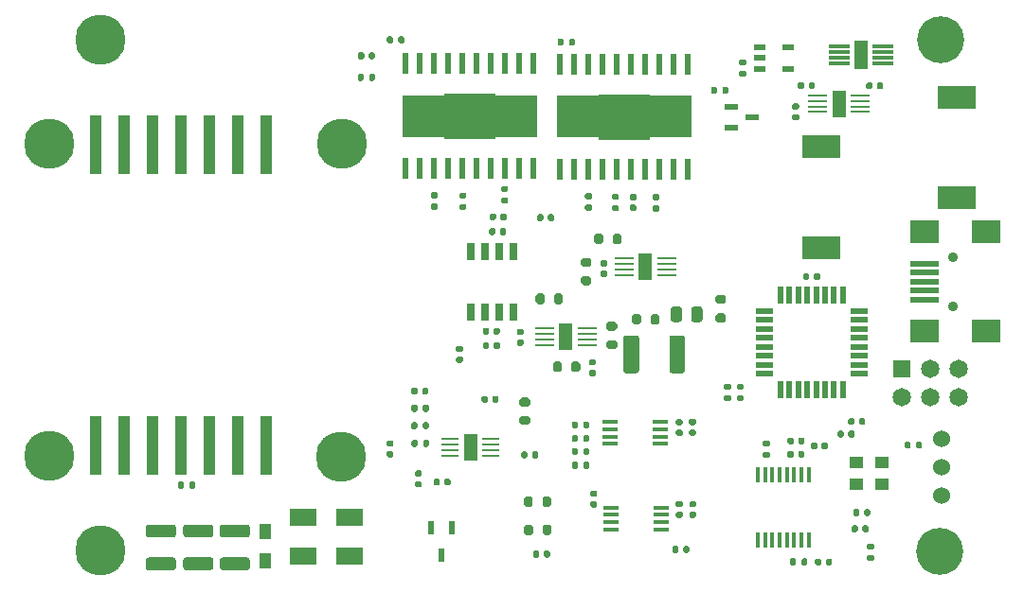
<source format=gts>
G04 #@! TF.GenerationSoftware,KiCad,Pcbnew,(5.1.10)-1*
G04 #@! TF.CreationDate,2021-08-05T17:19:02-07:00*
G04 #@! TF.ProjectId,laser,6c617365-722e-46b6-9963-61645f706362,rev?*
G04 #@! TF.SameCoordinates,Original*
G04 #@! TF.FileFunction,Soldermask,Top*
G04 #@! TF.FilePolarity,Negative*
%FSLAX46Y46*%
G04 Gerber Fmt 4.6, Leading zero omitted, Abs format (unit mm)*
G04 Created by KiCad (PCBNEW (5.1.10)-1) date 2021-08-05 17:19:02*
%MOMM*%
%LPD*%
G01*
G04 APERTURE LIST*
%ADD10C,0.100000*%
%ADD11R,1.799999X0.250000*%
%ADD12R,1.200000X2.440000*%
%ADD13R,1.600000X0.250000*%
%ADD14R,2.500000X2.000000*%
%ADD15C,0.900000*%
%ADD16R,2.500000X0.500000*%
%ADD17R,3.500000X2.000000*%
%ADD18C,4.200000*%
%ADD19C,4.500000*%
%ADD20C,1.650000*%
%ADD21R,1.650000X1.650000*%
%ADD22R,1.200000X2.540000*%
%ADD23R,1.850000X0.300000*%
%ADD24R,0.558000X1.969999*%
%ADD25R,12.000000X3.810000*%
%ADD26R,1.000000X1.400000*%
%ADD27R,1.040000X5.250000*%
%ADD28R,1.050000X0.550000*%
%ADD29R,0.650000X1.525000*%
%ADD30R,0.450000X1.475000*%
%ADD31R,0.600000X1.300000*%
%ADD32R,2.410000X1.650000*%
%ADD33C,1.524000*%
%ADD34R,1.309599X0.568000*%
%ADD35R,1.315199X0.405600*%
%ADD36R,1.300000X1.100000*%
%ADD37R,0.600000X1.500000*%
%ADD38R,1.500000X0.600000*%
G04 APERTURE END LIST*
D10*
G36*
X161576500Y-92718500D02*
G01*
X161576500Y-88781500D01*
X162025200Y-88781500D01*
X162025200Y-92718500D01*
X161576500Y-92718500D01*
G37*
X161576500Y-92718500D02*
X161576500Y-88781500D01*
X162025200Y-88781500D01*
X162025200Y-92718500D01*
X161576500Y-92718500D01*
G36*
X162425200Y-92718500D02*
G01*
X162425200Y-88781500D01*
X162812600Y-88781500D01*
X162812600Y-92718500D01*
X162425200Y-92718500D01*
G37*
X162425200Y-92718500D02*
X162425200Y-88781500D01*
X162812600Y-88781500D01*
X162812600Y-92718500D01*
X162425200Y-92718500D01*
G36*
X163212600Y-92718500D02*
G01*
X163212600Y-88781500D01*
X163600000Y-88781500D01*
X163600000Y-92718500D01*
X163212600Y-92718500D01*
G37*
X163212600Y-92718500D02*
X163212600Y-88781500D01*
X163600000Y-88781500D01*
X163600000Y-92718500D01*
X163212600Y-92718500D01*
G36*
X164000000Y-92718500D02*
G01*
X164000000Y-88781500D01*
X164387400Y-88781500D01*
X164387400Y-92718500D01*
X164000000Y-92718500D01*
G37*
X164000000Y-92718500D02*
X164000000Y-88781500D01*
X164387400Y-88781500D01*
X164387400Y-92718500D01*
X164000000Y-92718500D01*
G36*
X164787400Y-92718500D02*
G01*
X164787400Y-88781500D01*
X165174800Y-88781500D01*
X165174800Y-92718500D01*
X164787400Y-92718500D01*
G37*
X164787400Y-92718500D02*
X164787400Y-88781500D01*
X165174800Y-88781500D01*
X165174800Y-92718500D01*
X164787400Y-92718500D01*
G36*
X165574800Y-92718500D02*
G01*
X165574800Y-88781500D01*
X166023500Y-88781500D01*
X166023500Y-92718500D01*
X165574800Y-92718500D01*
G37*
X165574800Y-92718500D02*
X165574800Y-88781500D01*
X166023500Y-88781500D01*
X166023500Y-92718500D01*
X165574800Y-92718500D01*
G36*
X161576500Y-92718500D02*
G01*
X161576500Y-92131100D01*
X166023500Y-92131100D01*
X166023500Y-92718500D01*
X161576500Y-92718500D01*
G37*
X161576500Y-92718500D02*
X161576500Y-92131100D01*
X166023500Y-92131100D01*
X166023500Y-92718500D01*
X161576500Y-92718500D01*
G36*
X161576500Y-91343700D02*
G01*
X161576500Y-91731100D01*
X166023500Y-91731100D01*
X166023500Y-91343700D01*
X161576500Y-91343700D01*
G37*
X161576500Y-91343700D02*
X161576500Y-91731100D01*
X166023500Y-91731100D01*
X166023500Y-91343700D01*
X161576500Y-91343700D01*
G36*
X161576500Y-90556300D02*
G01*
X161576500Y-90943700D01*
X166023500Y-90943700D01*
X166023500Y-90556300D01*
X161576500Y-90556300D01*
G37*
X161576500Y-90556300D02*
X161576500Y-90943700D01*
X166023500Y-90943700D01*
X166023500Y-90556300D01*
X161576500Y-90556300D01*
G36*
X161576500Y-89768900D02*
G01*
X161576500Y-90156300D01*
X166023500Y-90156300D01*
X166023500Y-89768900D01*
X161576500Y-89768900D01*
G37*
X161576500Y-89768900D02*
X161576500Y-90156300D01*
X166023500Y-90156300D01*
X166023500Y-89768900D01*
X161576500Y-89768900D01*
G36*
X161576500Y-89368900D02*
G01*
X161576500Y-88781500D01*
X166023500Y-88781500D01*
X166023500Y-89368900D01*
X161576500Y-89368900D01*
G37*
X161576500Y-89368900D02*
X161576500Y-88781500D01*
X166023500Y-88781500D01*
X166023500Y-89368900D01*
X161576500Y-89368900D01*
G36*
X175366500Y-89418900D02*
G01*
X175366500Y-88831500D01*
X179813500Y-88831500D01*
X179813500Y-89418900D01*
X175366500Y-89418900D01*
G37*
X175366500Y-89418900D02*
X175366500Y-88831500D01*
X179813500Y-88831500D01*
X179813500Y-89418900D01*
X175366500Y-89418900D01*
G36*
X175366500Y-89818900D02*
G01*
X175366500Y-90206300D01*
X179813500Y-90206300D01*
X179813500Y-89818900D01*
X175366500Y-89818900D01*
G37*
X175366500Y-89818900D02*
X175366500Y-90206300D01*
X179813500Y-90206300D01*
X179813500Y-89818900D01*
X175366500Y-89818900D01*
G36*
X175366500Y-90606300D02*
G01*
X175366500Y-90993700D01*
X179813500Y-90993700D01*
X179813500Y-90606300D01*
X175366500Y-90606300D01*
G37*
X175366500Y-90606300D02*
X175366500Y-90993700D01*
X179813500Y-90993700D01*
X179813500Y-90606300D01*
X175366500Y-90606300D01*
G36*
X175366500Y-91393700D02*
G01*
X175366500Y-91781100D01*
X179813500Y-91781100D01*
X179813500Y-91393700D01*
X175366500Y-91393700D01*
G37*
X175366500Y-91393700D02*
X175366500Y-91781100D01*
X179813500Y-91781100D01*
X179813500Y-91393700D01*
X175366500Y-91393700D01*
G36*
X175366500Y-92768500D02*
G01*
X175366500Y-92181100D01*
X179813500Y-92181100D01*
X179813500Y-92768500D01*
X175366500Y-92768500D01*
G37*
X175366500Y-92768500D02*
X175366500Y-92181100D01*
X179813500Y-92181100D01*
X179813500Y-92768500D01*
X175366500Y-92768500D01*
G36*
X179364800Y-92768500D02*
G01*
X179364800Y-88831500D01*
X179813500Y-88831500D01*
X179813500Y-92768500D01*
X179364800Y-92768500D01*
G37*
X179364800Y-92768500D02*
X179364800Y-88831500D01*
X179813500Y-88831500D01*
X179813500Y-92768500D01*
X179364800Y-92768500D01*
G36*
X178577400Y-92768500D02*
G01*
X178577400Y-88831500D01*
X178964800Y-88831500D01*
X178964800Y-92768500D01*
X178577400Y-92768500D01*
G37*
X178577400Y-92768500D02*
X178577400Y-88831500D01*
X178964800Y-88831500D01*
X178964800Y-92768500D01*
X178577400Y-92768500D01*
G36*
X177790000Y-92768500D02*
G01*
X177790000Y-88831500D01*
X178177400Y-88831500D01*
X178177400Y-92768500D01*
X177790000Y-92768500D01*
G37*
X177790000Y-92768500D02*
X177790000Y-88831500D01*
X178177400Y-88831500D01*
X178177400Y-92768500D01*
X177790000Y-92768500D01*
G36*
X177002600Y-92768500D02*
G01*
X177002600Y-88831500D01*
X177390000Y-88831500D01*
X177390000Y-92768500D01*
X177002600Y-92768500D01*
G37*
X177002600Y-92768500D02*
X177002600Y-88831500D01*
X177390000Y-88831500D01*
X177390000Y-92768500D01*
X177002600Y-92768500D01*
G36*
X176215200Y-92768500D02*
G01*
X176215200Y-88831500D01*
X176602600Y-88831500D01*
X176602600Y-92768500D01*
X176215200Y-92768500D01*
G37*
X176215200Y-92768500D02*
X176215200Y-88831500D01*
X176602600Y-88831500D01*
X176602600Y-92768500D01*
X176215200Y-92768500D01*
G36*
X175366500Y-92768500D02*
G01*
X175366500Y-88831500D01*
X175815200Y-88831500D01*
X175815200Y-92768500D01*
X175366500Y-92768500D01*
G37*
X175366500Y-92768500D02*
X175366500Y-88831500D01*
X175815200Y-88831500D01*
X175815200Y-92768500D01*
X175366500Y-92768500D01*
D11*
X194930000Y-88889999D03*
X194930000Y-89390000D03*
X194930000Y-89890000D03*
X194930000Y-90390001D03*
X198730000Y-90390001D03*
X198730000Y-89890000D03*
X198730000Y-89390000D03*
X198730000Y-88889999D03*
D12*
X196830000Y-89640000D03*
X179500000Y-104250000D03*
D11*
X181400000Y-103499999D03*
X181400000Y-104000000D03*
X181400000Y-104500000D03*
X181400000Y-105000001D03*
X177600000Y-105000001D03*
X177600000Y-104500000D03*
X177600000Y-104000000D03*
X177600000Y-103499999D03*
X170520000Y-109749999D03*
X170520000Y-110250000D03*
X170520000Y-110750000D03*
X170520000Y-111250001D03*
X174320000Y-111250001D03*
X174320000Y-110750000D03*
X174320000Y-110250000D03*
X174320000Y-109749999D03*
D12*
X172420000Y-110500000D03*
X163880000Y-120410000D03*
D13*
X165680000Y-119659999D03*
X165680000Y-120160000D03*
X165680000Y-120660000D03*
X165680000Y-121160001D03*
X162080000Y-121160001D03*
X162080000Y-120660000D03*
X162080000Y-120160000D03*
X162080000Y-119659999D03*
D14*
X209970000Y-101100000D03*
X209970000Y-110020000D03*
D15*
X207000000Y-103360000D03*
X207000000Y-107760000D03*
D14*
X204490000Y-101100000D03*
X204490000Y-110020000D03*
D16*
X204490000Y-103960000D03*
X204490000Y-104760000D03*
X204490000Y-105560000D03*
X204490000Y-106360000D03*
X204490000Y-107160000D03*
D17*
X207370000Y-89070000D03*
X207370000Y-98070000D03*
D18*
X205841600Y-129700000D03*
X205867000Y-83903800D03*
D19*
X126263400Y-93225600D03*
X152374600Y-93200200D03*
X152298400Y-121267200D03*
X126263400Y-121165600D03*
X130835400Y-129674600D03*
X130830000Y-83930000D03*
G36*
G01*
X137310001Y-128470000D02*
X135109999Y-128470000D01*
G75*
G02*
X134860000Y-128220001I0J249999D01*
G01*
X134860000Y-127569999D01*
G75*
G02*
X135109999Y-127320000I249999J0D01*
G01*
X137310001Y-127320000D01*
G75*
G02*
X137560000Y-127569999I0J-249999D01*
G01*
X137560000Y-128220001D01*
G75*
G02*
X137310001Y-128470000I-249999J0D01*
G01*
G37*
G36*
G01*
X137310001Y-131420000D02*
X135109999Y-131420000D01*
G75*
G02*
X134860000Y-131170001I0J249999D01*
G01*
X134860000Y-130519999D01*
G75*
G02*
X135109999Y-130270000I249999J0D01*
G01*
X137310001Y-130270000D01*
G75*
G02*
X137560000Y-130519999I0J-249999D01*
G01*
X137560000Y-131170001D01*
G75*
G02*
X137310001Y-131420000I-249999J0D01*
G01*
G37*
G36*
G01*
X203710000Y-120395000D02*
X203710000Y-120025000D01*
G75*
G02*
X203845000Y-119890000I135000J0D01*
G01*
X204115000Y-119890000D01*
G75*
G02*
X204250000Y-120025000I0J-135000D01*
G01*
X204250000Y-120395000D01*
G75*
G02*
X204115000Y-120530000I-135000J0D01*
G01*
X203845000Y-120530000D01*
G75*
G02*
X203710000Y-120395000I0J135000D01*
G01*
G37*
G36*
G01*
X202690000Y-120395000D02*
X202690000Y-120025000D01*
G75*
G02*
X202825000Y-119890000I135000J0D01*
G01*
X203095000Y-119890000D01*
G75*
G02*
X203230000Y-120025000I0J-135000D01*
G01*
X203230000Y-120395000D01*
G75*
G02*
X203095000Y-120530000I-135000J0D01*
G01*
X202825000Y-120530000D01*
G75*
G02*
X202690000Y-120395000I0J135000D01*
G01*
G37*
G36*
G01*
X141719999Y-130270000D02*
X143920001Y-130270000D01*
G75*
G02*
X144170000Y-130519999I0J-249999D01*
G01*
X144170000Y-131170001D01*
G75*
G02*
X143920001Y-131420000I-249999J0D01*
G01*
X141719999Y-131420000D01*
G75*
G02*
X141470000Y-131170001I0J249999D01*
G01*
X141470000Y-130519999D01*
G75*
G02*
X141719999Y-130270000I249999J0D01*
G01*
G37*
G36*
G01*
X141719999Y-127320000D02*
X143920001Y-127320000D01*
G75*
G02*
X144170000Y-127569999I0J-249999D01*
G01*
X144170000Y-128220001D01*
G75*
G02*
X143920001Y-128470000I-249999J0D01*
G01*
X141719999Y-128470000D01*
G75*
G02*
X141470000Y-128220001I0J249999D01*
G01*
X141470000Y-127569999D01*
G75*
G02*
X141719999Y-127320000I249999J0D01*
G01*
G37*
G36*
G01*
X140660001Y-128460000D02*
X138459999Y-128460000D01*
G75*
G02*
X138210000Y-128210001I0J249999D01*
G01*
X138210000Y-127559999D01*
G75*
G02*
X138459999Y-127310000I249999J0D01*
G01*
X140660001Y-127310000D01*
G75*
G02*
X140910000Y-127559999I0J-249999D01*
G01*
X140910000Y-128210001D01*
G75*
G02*
X140660001Y-128460000I-249999J0D01*
G01*
G37*
G36*
G01*
X140660001Y-131410000D02*
X138459999Y-131410000D01*
G75*
G02*
X138210000Y-131160001I0J249999D01*
G01*
X138210000Y-130509999D01*
G75*
G02*
X138459999Y-130260000I249999J0D01*
G01*
X140660001Y-130260000D01*
G75*
G02*
X140910000Y-130509999I0J-249999D01*
G01*
X140910000Y-131160001D01*
G75*
G02*
X140660001Y-131410000I-249999J0D01*
G01*
G37*
D20*
X207550000Y-115950000D03*
X205010000Y-115950000D03*
X202470000Y-115950000D03*
X207550000Y-113410000D03*
X205010000Y-113410000D03*
D21*
X202470000Y-113410000D03*
D22*
X198830000Y-85300000D03*
D23*
X200780000Y-84550000D03*
X200780000Y-85050000D03*
X200780000Y-85550000D03*
X200780000Y-86050000D03*
X196880000Y-86050000D03*
X196880000Y-85550000D03*
X196880000Y-85050000D03*
X196880000Y-84550000D03*
D24*
X158085000Y-95436300D03*
X159355000Y-95436300D03*
X160625000Y-95436300D03*
X161895000Y-95436300D03*
X163165000Y-95436300D03*
X164435000Y-95436300D03*
X165705000Y-95436300D03*
X166975000Y-95436300D03*
X168245000Y-95436300D03*
X169515000Y-95436300D03*
X169515000Y-86063700D03*
X168245000Y-86063700D03*
X166975000Y-86063700D03*
X165705000Y-86063700D03*
X164435000Y-86063700D03*
X163165000Y-86063700D03*
X161895000Y-86063700D03*
X160625000Y-86063700D03*
X159355000Y-86063700D03*
X158085000Y-86063700D03*
D25*
X163800000Y-90750000D03*
X177590000Y-90800000D03*
D24*
X171875000Y-86113700D03*
X173145000Y-86113700D03*
X174415000Y-86113700D03*
X175685000Y-86113700D03*
X176955000Y-86113700D03*
X178225000Y-86113700D03*
X179495000Y-86113700D03*
X180765000Y-86113700D03*
X182035000Y-86113700D03*
X183305000Y-86113700D03*
X183305000Y-95486300D03*
X182035000Y-95486300D03*
X180765000Y-95486300D03*
X179495000Y-95486300D03*
X178225000Y-95486300D03*
X176955000Y-95486300D03*
X175685000Y-95486300D03*
X174415000Y-95486300D03*
X173145000Y-95486300D03*
X171875000Y-95486300D03*
D26*
X145540000Y-127940000D03*
X145540000Y-130540000D03*
G36*
G01*
X138730000Y-123975000D02*
X138730000Y-123605000D01*
G75*
G02*
X138865000Y-123470000I135000J0D01*
G01*
X139135000Y-123470000D01*
G75*
G02*
X139270000Y-123605000I0J-135000D01*
G01*
X139270000Y-123975000D01*
G75*
G02*
X139135000Y-124110000I-135000J0D01*
G01*
X138865000Y-124110000D01*
G75*
G02*
X138730000Y-123975000I0J135000D01*
G01*
G37*
G36*
G01*
X137710000Y-123975000D02*
X137710000Y-123605000D01*
G75*
G02*
X137845000Y-123470000I135000J0D01*
G01*
X138115000Y-123470000D01*
G75*
G02*
X138250000Y-123605000I0J-135000D01*
G01*
X138250000Y-123975000D01*
G75*
G02*
X138115000Y-124110000I-135000J0D01*
G01*
X137845000Y-124110000D01*
G75*
G02*
X137710000Y-123975000I0J135000D01*
G01*
G37*
G36*
G01*
X168160000Y-109790000D02*
X168500000Y-109790000D01*
G75*
G02*
X168640000Y-109930000I0J-140000D01*
G01*
X168640000Y-110210000D01*
G75*
G02*
X168500000Y-110350000I-140000J0D01*
G01*
X168160000Y-110350000D01*
G75*
G02*
X168020000Y-110210000I0J140000D01*
G01*
X168020000Y-109930000D01*
G75*
G02*
X168160000Y-109790000I140000J0D01*
G01*
G37*
G36*
G01*
X168160000Y-110750000D02*
X168500000Y-110750000D01*
G75*
G02*
X168640000Y-110890000I0J-140000D01*
G01*
X168640000Y-111170000D01*
G75*
G02*
X168500000Y-111310000I-140000J0D01*
G01*
X168160000Y-111310000D01*
G75*
G02*
X168020000Y-111170000I0J140000D01*
G01*
X168020000Y-110890000D01*
G75*
G02*
X168160000Y-110750000I140000J0D01*
G01*
G37*
D27*
X130370000Y-120280000D03*
X132910000Y-120280000D03*
X135450000Y-120280000D03*
X137990000Y-120280000D03*
X140530000Y-120280000D03*
X143070000Y-120280000D03*
X145610000Y-120280000D03*
X130370000Y-93280000D03*
X132910000Y-93280000D03*
X135450000Y-93280000D03*
X137990000Y-93280000D03*
X140530000Y-93280000D03*
X143070000Y-93280000D03*
X145610000Y-93280000D03*
G36*
G01*
X200200000Y-88220000D02*
X200200000Y-87880000D01*
G75*
G02*
X200340000Y-87740000I140000J0D01*
G01*
X200620000Y-87740000D01*
G75*
G02*
X200760000Y-87880000I0J-140000D01*
G01*
X200760000Y-88220000D01*
G75*
G02*
X200620000Y-88360000I-140000J0D01*
G01*
X200340000Y-88360000D01*
G75*
G02*
X200200000Y-88220000I0J140000D01*
G01*
G37*
G36*
G01*
X199240000Y-88220000D02*
X199240000Y-87880000D01*
G75*
G02*
X199380000Y-87740000I140000J0D01*
G01*
X199660000Y-87740000D01*
G75*
G02*
X199800000Y-87880000I0J-140000D01*
G01*
X199800000Y-88220000D01*
G75*
G02*
X199660000Y-88360000I-140000J0D01*
G01*
X199380000Y-88360000D01*
G75*
G02*
X199240000Y-88220000I0J140000D01*
G01*
G37*
G36*
G01*
X193150000Y-88200000D02*
X193150000Y-87860000D01*
G75*
G02*
X193290000Y-87720000I140000J0D01*
G01*
X193570000Y-87720000D01*
G75*
G02*
X193710000Y-87860000I0J-140000D01*
G01*
X193710000Y-88200000D01*
G75*
G02*
X193570000Y-88340000I-140000J0D01*
G01*
X193290000Y-88340000D01*
G75*
G02*
X193150000Y-88200000I0J140000D01*
G01*
G37*
G36*
G01*
X194110000Y-88200000D02*
X194110000Y-87860000D01*
G75*
G02*
X194250000Y-87720000I140000J0D01*
G01*
X194530000Y-87720000D01*
G75*
G02*
X194670000Y-87860000I0J-140000D01*
G01*
X194670000Y-88200000D01*
G75*
G02*
X194530000Y-88340000I-140000J0D01*
G01*
X194250000Y-88340000D01*
G75*
G02*
X194110000Y-88200000I0J140000D01*
G01*
G37*
G36*
G01*
X192780000Y-90580000D02*
X193120000Y-90580000D01*
G75*
G02*
X193260000Y-90720000I0J-140000D01*
G01*
X193260000Y-91000000D01*
G75*
G02*
X193120000Y-91140000I-140000J0D01*
G01*
X192780000Y-91140000D01*
G75*
G02*
X192640000Y-91000000I0J140000D01*
G01*
X192640000Y-90720000D01*
G75*
G02*
X192780000Y-90580000I140000J0D01*
G01*
G37*
G36*
G01*
X192780000Y-89620000D02*
X193120000Y-89620000D01*
G75*
G02*
X193260000Y-89760000I0J-140000D01*
G01*
X193260000Y-90040000D01*
G75*
G02*
X193120000Y-90180000I-140000J0D01*
G01*
X192780000Y-90180000D01*
G75*
G02*
X192640000Y-90040000I0J140000D01*
G01*
X192640000Y-89760000D01*
G75*
G02*
X192780000Y-89620000I140000J0D01*
G01*
G37*
G36*
G01*
X178240000Y-97730000D02*
X178580000Y-97730000D01*
G75*
G02*
X178720000Y-97870000I0J-140000D01*
G01*
X178720000Y-98150000D01*
G75*
G02*
X178580000Y-98290000I-140000J0D01*
G01*
X178240000Y-98290000D01*
G75*
G02*
X178100000Y-98150000I0J140000D01*
G01*
X178100000Y-97870000D01*
G75*
G02*
X178240000Y-97730000I140000J0D01*
G01*
G37*
G36*
G01*
X178240000Y-98690000D02*
X178580000Y-98690000D01*
G75*
G02*
X178720000Y-98830000I0J-140000D01*
G01*
X178720000Y-99110000D01*
G75*
G02*
X178580000Y-99250000I-140000J0D01*
G01*
X178240000Y-99250000D01*
G75*
G02*
X178100000Y-99110000I0J140000D01*
G01*
X178100000Y-98830000D01*
G75*
G02*
X178240000Y-98690000I140000J0D01*
G01*
G37*
G36*
G01*
X170800000Y-100010000D02*
X170800000Y-99670000D01*
G75*
G02*
X170940000Y-99530000I140000J0D01*
G01*
X171220000Y-99530000D01*
G75*
G02*
X171360000Y-99670000I0J-140000D01*
G01*
X171360000Y-100010000D01*
G75*
G02*
X171220000Y-100150000I-140000J0D01*
G01*
X170940000Y-100150000D01*
G75*
G02*
X170800000Y-100010000I0J140000D01*
G01*
G37*
G36*
G01*
X169840000Y-100010000D02*
X169840000Y-99670000D01*
G75*
G02*
X169980000Y-99530000I140000J0D01*
G01*
X170260000Y-99530000D01*
G75*
G02*
X170400000Y-99670000I0J-140000D01*
G01*
X170400000Y-100010000D01*
G75*
G02*
X170260000Y-100150000I-140000J0D01*
G01*
X169980000Y-100150000D01*
G75*
G02*
X169840000Y-100010000I0J140000D01*
G01*
G37*
G36*
G01*
X167120000Y-99610000D02*
X167120000Y-99950000D01*
G75*
G02*
X166980000Y-100090000I-140000J0D01*
G01*
X166700000Y-100090000D01*
G75*
G02*
X166560000Y-99950000I0J140000D01*
G01*
X166560000Y-99610000D01*
G75*
G02*
X166700000Y-99470000I140000J0D01*
G01*
X166980000Y-99470000D01*
G75*
G02*
X167120000Y-99610000I0J-140000D01*
G01*
G37*
G36*
G01*
X166160000Y-99610000D02*
X166160000Y-99950000D01*
G75*
G02*
X166020000Y-100090000I-140000J0D01*
G01*
X165740000Y-100090000D01*
G75*
G02*
X165600000Y-99950000I0J140000D01*
G01*
X165600000Y-99610000D01*
G75*
G02*
X165740000Y-99470000I140000J0D01*
G01*
X166020000Y-99470000D01*
G75*
G02*
X166160000Y-99610000I0J-140000D01*
G01*
G37*
G36*
G01*
X154390000Y-85180000D02*
X154390000Y-85520000D01*
G75*
G02*
X154250000Y-85660000I-140000J0D01*
G01*
X153970000Y-85660000D01*
G75*
G02*
X153830000Y-85520000I0J140000D01*
G01*
X153830000Y-85180000D01*
G75*
G02*
X153970000Y-85040000I140000J0D01*
G01*
X154250000Y-85040000D01*
G75*
G02*
X154390000Y-85180000I0J-140000D01*
G01*
G37*
G36*
G01*
X155350000Y-85180000D02*
X155350000Y-85520000D01*
G75*
G02*
X155210000Y-85660000I-140000J0D01*
G01*
X154930000Y-85660000D01*
G75*
G02*
X154790000Y-85520000I0J140000D01*
G01*
X154790000Y-85180000D01*
G75*
G02*
X154930000Y-85040000I140000J0D01*
G01*
X155210000Y-85040000D01*
G75*
G02*
X155350000Y-85180000I0J-140000D01*
G01*
G37*
G36*
G01*
X156530000Y-120740000D02*
X156870000Y-120740000D01*
G75*
G02*
X157010000Y-120880000I0J-140000D01*
G01*
X157010000Y-121160000D01*
G75*
G02*
X156870000Y-121300000I-140000J0D01*
G01*
X156530000Y-121300000D01*
G75*
G02*
X156390000Y-121160000I0J140000D01*
G01*
X156390000Y-120880000D01*
G75*
G02*
X156530000Y-120740000I140000J0D01*
G01*
G37*
G36*
G01*
X156530000Y-119780000D02*
X156870000Y-119780000D01*
G75*
G02*
X157010000Y-119920000I0J-140000D01*
G01*
X157010000Y-120200000D01*
G75*
G02*
X156870000Y-120340000I-140000J0D01*
G01*
X156530000Y-120340000D01*
G75*
G02*
X156390000Y-120200000I0J140000D01*
G01*
X156390000Y-119920000D01*
G75*
G02*
X156530000Y-119780000I140000J0D01*
G01*
G37*
G36*
G01*
X159400000Y-124000000D02*
X159060000Y-124000000D01*
G75*
G02*
X158920000Y-123860000I0J140000D01*
G01*
X158920000Y-123580000D01*
G75*
G02*
X159060000Y-123440000I140000J0D01*
G01*
X159400000Y-123440000D01*
G75*
G02*
X159540000Y-123580000I0J-140000D01*
G01*
X159540000Y-123860000D01*
G75*
G02*
X159400000Y-124000000I-140000J0D01*
G01*
G37*
G36*
G01*
X159400000Y-123040000D02*
X159060000Y-123040000D01*
G75*
G02*
X158920000Y-122900000I0J140000D01*
G01*
X158920000Y-122620000D01*
G75*
G02*
X159060000Y-122480000I140000J0D01*
G01*
X159400000Y-122480000D01*
G75*
G02*
X159540000Y-122620000I0J-140000D01*
G01*
X159540000Y-122900000D01*
G75*
G02*
X159400000Y-123040000I-140000J0D01*
G01*
G37*
G36*
G01*
X168980000Y-120920000D02*
X168980000Y-121260000D01*
G75*
G02*
X168840000Y-121400000I-140000J0D01*
G01*
X168560000Y-121400000D01*
G75*
G02*
X168420000Y-121260000I0J140000D01*
G01*
X168420000Y-120920000D01*
G75*
G02*
X168560000Y-120780000I140000J0D01*
G01*
X168840000Y-120780000D01*
G75*
G02*
X168980000Y-120920000I0J-140000D01*
G01*
G37*
G36*
G01*
X169940000Y-120920000D02*
X169940000Y-121260000D01*
G75*
G02*
X169800000Y-121400000I-140000J0D01*
G01*
X169520000Y-121400000D01*
G75*
G02*
X169380000Y-121260000I0J140000D01*
G01*
X169380000Y-120920000D01*
G75*
G02*
X169520000Y-120780000I140000J0D01*
G01*
X169800000Y-120780000D01*
G75*
G02*
X169940000Y-120920000I0J-140000D01*
G01*
G37*
G36*
G01*
X170990000Y-129800000D02*
X170990000Y-130140000D01*
G75*
G02*
X170850000Y-130280000I-140000J0D01*
G01*
X170570000Y-130280000D01*
G75*
G02*
X170430000Y-130140000I0J140000D01*
G01*
X170430000Y-129800000D01*
G75*
G02*
X170570000Y-129660000I140000J0D01*
G01*
X170850000Y-129660000D01*
G75*
G02*
X170990000Y-129800000I0J-140000D01*
G01*
G37*
G36*
G01*
X170030000Y-129800000D02*
X170030000Y-130140000D01*
G75*
G02*
X169890000Y-130280000I-140000J0D01*
G01*
X169610000Y-130280000D01*
G75*
G02*
X169470000Y-130140000I0J140000D01*
G01*
X169470000Y-129800000D01*
G75*
G02*
X169610000Y-129660000I140000J0D01*
G01*
X169890000Y-129660000D01*
G75*
G02*
X170030000Y-129800000I0J-140000D01*
G01*
G37*
G36*
G01*
X159560000Y-115560000D02*
X159560000Y-115220000D01*
G75*
G02*
X159700000Y-115080000I140000J0D01*
G01*
X159980000Y-115080000D01*
G75*
G02*
X160120000Y-115220000I0J-140000D01*
G01*
X160120000Y-115560000D01*
G75*
G02*
X159980000Y-115700000I-140000J0D01*
G01*
X159700000Y-115700000D01*
G75*
G02*
X159560000Y-115560000I0J140000D01*
G01*
G37*
G36*
G01*
X158600000Y-115560000D02*
X158600000Y-115220000D01*
G75*
G02*
X158740000Y-115080000I140000J0D01*
G01*
X159020000Y-115080000D01*
G75*
G02*
X159160000Y-115220000I0J-140000D01*
G01*
X159160000Y-115560000D01*
G75*
G02*
X159020000Y-115700000I-140000J0D01*
G01*
X158740000Y-115700000D01*
G75*
G02*
X158600000Y-115560000I0J140000D01*
G01*
G37*
G36*
G01*
X162110000Y-123350000D02*
X162110000Y-123690000D01*
G75*
G02*
X161970000Y-123830000I-140000J0D01*
G01*
X161690000Y-123830000D01*
G75*
G02*
X161550000Y-123690000I0J140000D01*
G01*
X161550000Y-123350000D01*
G75*
G02*
X161690000Y-123210000I140000J0D01*
G01*
X161970000Y-123210000D01*
G75*
G02*
X162110000Y-123350000I0J-140000D01*
G01*
G37*
G36*
G01*
X161150000Y-123350000D02*
X161150000Y-123690000D01*
G75*
G02*
X161010000Y-123830000I-140000J0D01*
G01*
X160730000Y-123830000D01*
G75*
G02*
X160590000Y-123690000I0J140000D01*
G01*
X160590000Y-123350000D01*
G75*
G02*
X160730000Y-123210000I140000J0D01*
G01*
X161010000Y-123210000D01*
G75*
G02*
X161150000Y-123350000I0J-140000D01*
G01*
G37*
G36*
G01*
X165830000Y-116280000D02*
X165830000Y-115940000D01*
G75*
G02*
X165970000Y-115800000I140000J0D01*
G01*
X166250000Y-115800000D01*
G75*
G02*
X166390000Y-115940000I0J-140000D01*
G01*
X166390000Y-116280000D01*
G75*
G02*
X166250000Y-116420000I-140000J0D01*
G01*
X165970000Y-116420000D01*
G75*
G02*
X165830000Y-116280000I0J140000D01*
G01*
G37*
G36*
G01*
X164870000Y-116280000D02*
X164870000Y-115940000D01*
G75*
G02*
X165010000Y-115800000I140000J0D01*
G01*
X165290000Y-115800000D01*
G75*
G02*
X165430000Y-115940000I0J-140000D01*
G01*
X165430000Y-116280000D01*
G75*
G02*
X165290000Y-116420000I-140000J0D01*
G01*
X165010000Y-116420000D01*
G75*
G02*
X164870000Y-116280000I0J140000D01*
G01*
G37*
G36*
G01*
X175640000Y-104610000D02*
X175980000Y-104610000D01*
G75*
G02*
X176120000Y-104750000I0J-140000D01*
G01*
X176120000Y-105030000D01*
G75*
G02*
X175980000Y-105170000I-140000J0D01*
G01*
X175640000Y-105170000D01*
G75*
G02*
X175500000Y-105030000I0J140000D01*
G01*
X175500000Y-104750000D01*
G75*
G02*
X175640000Y-104610000I140000J0D01*
G01*
G37*
G36*
G01*
X175640000Y-103650000D02*
X175980000Y-103650000D01*
G75*
G02*
X176120000Y-103790000I0J-140000D01*
G01*
X176120000Y-104070000D01*
G75*
G02*
X175980000Y-104210000I-140000J0D01*
G01*
X175640000Y-104210000D01*
G75*
G02*
X175500000Y-104070000I0J140000D01*
G01*
X175500000Y-103790000D01*
G75*
G02*
X175640000Y-103650000I140000J0D01*
G01*
G37*
G36*
G01*
X174600000Y-112520000D02*
X174940000Y-112520000D01*
G75*
G02*
X175080000Y-112660000I0J-140000D01*
G01*
X175080000Y-112940000D01*
G75*
G02*
X174940000Y-113080000I-140000J0D01*
G01*
X174600000Y-113080000D01*
G75*
G02*
X174460000Y-112940000I0J140000D01*
G01*
X174460000Y-112660000D01*
G75*
G02*
X174600000Y-112520000I140000J0D01*
G01*
G37*
G36*
G01*
X174600000Y-113480000D02*
X174940000Y-113480000D01*
G75*
G02*
X175080000Y-113620000I0J-140000D01*
G01*
X175080000Y-113900000D01*
G75*
G02*
X174940000Y-114040000I-140000J0D01*
G01*
X174600000Y-114040000D01*
G75*
G02*
X174460000Y-113900000I0J140000D01*
G01*
X174460000Y-113620000D01*
G75*
G02*
X174600000Y-113480000I140000J0D01*
G01*
G37*
G36*
G01*
X183050000Y-110629999D02*
X183050000Y-113530001D01*
G75*
G02*
X182800001Y-113780000I-249999J0D01*
G01*
X181899999Y-113780000D01*
G75*
G02*
X181650000Y-113530001I0J249999D01*
G01*
X181650000Y-110629999D01*
G75*
G02*
X181899999Y-110380000I249999J0D01*
G01*
X182800001Y-110380000D01*
G75*
G02*
X183050000Y-110629999I0J-249999D01*
G01*
G37*
G36*
G01*
X178950000Y-110629999D02*
X178950000Y-113530001D01*
G75*
G02*
X178700001Y-113780000I-249999J0D01*
G01*
X177799999Y-113780000D01*
G75*
G02*
X177550000Y-113530001I0J249999D01*
G01*
X177550000Y-110629999D01*
G75*
G02*
X177799999Y-110380000I249999J0D01*
G01*
X178700001Y-110380000D01*
G75*
G02*
X178950000Y-110629999I0J-249999D01*
G01*
G37*
G36*
G01*
X196690000Y-119390000D02*
X196690000Y-119050000D01*
G75*
G02*
X196830000Y-118910000I140000J0D01*
G01*
X197110000Y-118910000D01*
G75*
G02*
X197250000Y-119050000I0J-140000D01*
G01*
X197250000Y-119390000D01*
G75*
G02*
X197110000Y-119530000I-140000J0D01*
G01*
X196830000Y-119530000D01*
G75*
G02*
X196690000Y-119390000I0J140000D01*
G01*
G37*
G36*
G01*
X197650000Y-119390000D02*
X197650000Y-119050000D01*
G75*
G02*
X197790000Y-118910000I140000J0D01*
G01*
X198070000Y-118910000D01*
G75*
G02*
X198210000Y-119050000I0J-140000D01*
G01*
X198210000Y-119390000D01*
G75*
G02*
X198070000Y-119530000I-140000J0D01*
G01*
X197790000Y-119530000D01*
G75*
G02*
X197650000Y-119390000I0J140000D01*
G01*
G37*
G36*
G01*
X198210000Y-117930000D02*
X198210000Y-118270000D01*
G75*
G02*
X198070000Y-118410000I-140000J0D01*
G01*
X197790000Y-118410000D01*
G75*
G02*
X197650000Y-118270000I0J140000D01*
G01*
X197650000Y-117930000D01*
G75*
G02*
X197790000Y-117790000I140000J0D01*
G01*
X198070000Y-117790000D01*
G75*
G02*
X198210000Y-117930000I0J-140000D01*
G01*
G37*
G36*
G01*
X199170000Y-117930000D02*
X199170000Y-118270000D01*
G75*
G02*
X199030000Y-118410000I-140000J0D01*
G01*
X198750000Y-118410000D01*
G75*
G02*
X198610000Y-118270000I0J140000D01*
G01*
X198610000Y-117930000D01*
G75*
G02*
X198750000Y-117790000I140000J0D01*
G01*
X199030000Y-117790000D01*
G75*
G02*
X199170000Y-117930000I0J-140000D01*
G01*
G37*
G36*
G01*
X199060000Y-126410000D02*
X199060000Y-126070000D01*
G75*
G02*
X199200000Y-125930000I140000J0D01*
G01*
X199480000Y-125930000D01*
G75*
G02*
X199620000Y-126070000I0J-140000D01*
G01*
X199620000Y-126410000D01*
G75*
G02*
X199480000Y-126550000I-140000J0D01*
G01*
X199200000Y-126550000D01*
G75*
G02*
X199060000Y-126410000I0J140000D01*
G01*
G37*
G36*
G01*
X198100000Y-126410000D02*
X198100000Y-126070000D01*
G75*
G02*
X198240000Y-125930000I140000J0D01*
G01*
X198520000Y-125930000D01*
G75*
G02*
X198660000Y-126070000I0J-140000D01*
G01*
X198660000Y-126410000D01*
G75*
G02*
X198520000Y-126550000I-140000J0D01*
G01*
X198240000Y-126550000D01*
G75*
G02*
X198100000Y-126410000I0J140000D01*
G01*
G37*
G36*
G01*
X195130000Y-104950000D02*
X195130000Y-105290000D01*
G75*
G02*
X194990000Y-105430000I-140000J0D01*
G01*
X194710000Y-105430000D01*
G75*
G02*
X194570000Y-105290000I0J140000D01*
G01*
X194570000Y-104950000D01*
G75*
G02*
X194710000Y-104810000I140000J0D01*
G01*
X194990000Y-104810000D01*
G75*
G02*
X195130000Y-104950000I0J-140000D01*
G01*
G37*
G36*
G01*
X194170000Y-104950000D02*
X194170000Y-105290000D01*
G75*
G02*
X194030000Y-105430000I-140000J0D01*
G01*
X193750000Y-105430000D01*
G75*
G02*
X193610000Y-105290000I0J140000D01*
G01*
X193610000Y-104950000D01*
G75*
G02*
X193750000Y-104810000I140000J0D01*
G01*
X194030000Y-104810000D01*
G75*
G02*
X194170000Y-104950000I0J-140000D01*
G01*
G37*
G36*
G01*
X164990000Y-110180000D02*
X164990000Y-109840000D01*
G75*
G02*
X165130000Y-109700000I140000J0D01*
G01*
X165410000Y-109700000D01*
G75*
G02*
X165550000Y-109840000I0J-140000D01*
G01*
X165550000Y-110180000D01*
G75*
G02*
X165410000Y-110320000I-140000J0D01*
G01*
X165130000Y-110320000D01*
G75*
G02*
X164990000Y-110180000I0J140000D01*
G01*
G37*
G36*
G01*
X165950000Y-110180000D02*
X165950000Y-109840000D01*
G75*
G02*
X166090000Y-109700000I140000J0D01*
G01*
X166370000Y-109700000D01*
G75*
G02*
X166510000Y-109840000I0J-140000D01*
G01*
X166510000Y-110180000D01*
G75*
G02*
X166370000Y-110320000I-140000J0D01*
G01*
X166090000Y-110320000D01*
G75*
G02*
X165950000Y-110180000I0J140000D01*
G01*
G37*
G36*
G01*
X162730000Y-112280000D02*
X163070000Y-112280000D01*
G75*
G02*
X163210000Y-112420000I0J-140000D01*
G01*
X163210000Y-112700000D01*
G75*
G02*
X163070000Y-112840000I-140000J0D01*
G01*
X162730000Y-112840000D01*
G75*
G02*
X162590000Y-112700000I0J140000D01*
G01*
X162590000Y-112420000D01*
G75*
G02*
X162730000Y-112280000I140000J0D01*
G01*
G37*
G36*
G01*
X162730000Y-111320000D02*
X163070000Y-111320000D01*
G75*
G02*
X163210000Y-111460000I0J-140000D01*
G01*
X163210000Y-111740000D01*
G75*
G02*
X163070000Y-111880000I-140000J0D01*
G01*
X162730000Y-111880000D01*
G75*
G02*
X162590000Y-111740000I0J140000D01*
G01*
X162590000Y-111460000D01*
G75*
G02*
X162730000Y-111320000I140000J0D01*
G01*
G37*
G36*
G01*
X165940000Y-111480000D02*
X165940000Y-111140000D01*
G75*
G02*
X166080000Y-111000000I140000J0D01*
G01*
X166360000Y-111000000D01*
G75*
G02*
X166500000Y-111140000I0J-140000D01*
G01*
X166500000Y-111480000D01*
G75*
G02*
X166360000Y-111620000I-140000J0D01*
G01*
X166080000Y-111620000D01*
G75*
G02*
X165940000Y-111480000I0J140000D01*
G01*
G37*
G36*
G01*
X164980000Y-111480000D02*
X164980000Y-111140000D01*
G75*
G02*
X165120000Y-111000000I140000J0D01*
G01*
X165400000Y-111000000D01*
G75*
G02*
X165540000Y-111140000I0J-140000D01*
G01*
X165540000Y-111480000D01*
G75*
G02*
X165400000Y-111620000I-140000J0D01*
G01*
X165120000Y-111620000D01*
G75*
G02*
X164980000Y-111480000I0J140000D01*
G01*
G37*
G36*
G01*
X165550000Y-101270000D02*
X165550000Y-100930000D01*
G75*
G02*
X165690000Y-100790000I140000J0D01*
G01*
X165970000Y-100790000D01*
G75*
G02*
X166110000Y-100930000I0J-140000D01*
G01*
X166110000Y-101270000D01*
G75*
G02*
X165970000Y-101410000I-140000J0D01*
G01*
X165690000Y-101410000D01*
G75*
G02*
X165550000Y-101270000I0J140000D01*
G01*
G37*
G36*
G01*
X166510000Y-101270000D02*
X166510000Y-100930000D01*
G75*
G02*
X166650000Y-100790000I140000J0D01*
G01*
X166930000Y-100790000D01*
G75*
G02*
X167070000Y-100930000I0J-140000D01*
G01*
X167070000Y-101270000D01*
G75*
G02*
X166930000Y-101410000I-140000J0D01*
G01*
X166650000Y-101410000D01*
G75*
G02*
X166510000Y-101270000I0J140000D01*
G01*
G37*
G36*
G01*
X181930000Y-129710000D02*
X181930000Y-129370000D01*
G75*
G02*
X182070000Y-129230000I140000J0D01*
G01*
X182350000Y-129230000D01*
G75*
G02*
X182490000Y-129370000I0J-140000D01*
G01*
X182490000Y-129710000D01*
G75*
G02*
X182350000Y-129850000I-140000J0D01*
G01*
X182070000Y-129850000D01*
G75*
G02*
X181930000Y-129710000I0J140000D01*
G01*
G37*
G36*
G01*
X182890000Y-129710000D02*
X182890000Y-129370000D01*
G75*
G02*
X183030000Y-129230000I140000J0D01*
G01*
X183310000Y-129230000D01*
G75*
G02*
X183450000Y-129370000I0J-140000D01*
G01*
X183450000Y-129710000D01*
G75*
G02*
X183310000Y-129850000I-140000J0D01*
G01*
X183030000Y-129850000D01*
G75*
G02*
X182890000Y-129710000I0J140000D01*
G01*
G37*
G36*
G01*
X182710000Y-118430000D02*
X182370000Y-118430000D01*
G75*
G02*
X182230000Y-118290000I0J140000D01*
G01*
X182230000Y-118010000D01*
G75*
G02*
X182370000Y-117870000I140000J0D01*
G01*
X182710000Y-117870000D01*
G75*
G02*
X182850000Y-118010000I0J-140000D01*
G01*
X182850000Y-118290000D01*
G75*
G02*
X182710000Y-118430000I-140000J0D01*
G01*
G37*
G36*
G01*
X182710000Y-119390000D02*
X182370000Y-119390000D01*
G75*
G02*
X182230000Y-119250000I0J140000D01*
G01*
X182230000Y-118970000D01*
G75*
G02*
X182370000Y-118830000I140000J0D01*
G01*
X182710000Y-118830000D01*
G75*
G02*
X182850000Y-118970000I0J-140000D01*
G01*
X182850000Y-119250000D01*
G75*
G02*
X182710000Y-119390000I-140000J0D01*
G01*
G37*
G36*
G01*
X183900000Y-118420000D02*
X183560000Y-118420000D01*
G75*
G02*
X183420000Y-118280000I0J140000D01*
G01*
X183420000Y-118000000D01*
G75*
G02*
X183560000Y-117860000I140000J0D01*
G01*
X183900000Y-117860000D01*
G75*
G02*
X184040000Y-118000000I0J-140000D01*
G01*
X184040000Y-118280000D01*
G75*
G02*
X183900000Y-118420000I-140000J0D01*
G01*
G37*
G36*
G01*
X183900000Y-119380000D02*
X183560000Y-119380000D01*
G75*
G02*
X183420000Y-119240000I0J140000D01*
G01*
X183420000Y-118960000D01*
G75*
G02*
X183560000Y-118820000I140000J0D01*
G01*
X183900000Y-118820000D01*
G75*
G02*
X184040000Y-118960000I0J-140000D01*
G01*
X184040000Y-119240000D01*
G75*
G02*
X183900000Y-119380000I-140000J0D01*
G01*
G37*
G36*
G01*
X174730000Y-124280000D02*
X175070000Y-124280000D01*
G75*
G02*
X175210000Y-124420000I0J-140000D01*
G01*
X175210000Y-124700000D01*
G75*
G02*
X175070000Y-124840000I-140000J0D01*
G01*
X174730000Y-124840000D01*
G75*
G02*
X174590000Y-124700000I0J140000D01*
G01*
X174590000Y-124420000D01*
G75*
G02*
X174730000Y-124280000I140000J0D01*
G01*
G37*
G36*
G01*
X174730000Y-125240000D02*
X175070000Y-125240000D01*
G75*
G02*
X175210000Y-125380000I0J-140000D01*
G01*
X175210000Y-125660000D01*
G75*
G02*
X175070000Y-125800000I-140000J0D01*
G01*
X174730000Y-125800000D01*
G75*
G02*
X174590000Y-125660000I0J140000D01*
G01*
X174590000Y-125380000D01*
G75*
G02*
X174730000Y-125240000I140000J0D01*
G01*
G37*
G36*
G01*
X182720000Y-126730000D02*
X182380000Y-126730000D01*
G75*
G02*
X182240000Y-126590000I0J140000D01*
G01*
X182240000Y-126310000D01*
G75*
G02*
X182380000Y-126170000I140000J0D01*
G01*
X182720000Y-126170000D01*
G75*
G02*
X182860000Y-126310000I0J-140000D01*
G01*
X182860000Y-126590000D01*
G75*
G02*
X182720000Y-126730000I-140000J0D01*
G01*
G37*
G36*
G01*
X182720000Y-125770000D02*
X182380000Y-125770000D01*
G75*
G02*
X182240000Y-125630000I0J140000D01*
G01*
X182240000Y-125350000D01*
G75*
G02*
X182380000Y-125210000I140000J0D01*
G01*
X182720000Y-125210000D01*
G75*
G02*
X182860000Y-125350000I0J-140000D01*
G01*
X182860000Y-125630000D01*
G75*
G02*
X182720000Y-125770000I-140000J0D01*
G01*
G37*
G36*
G01*
X183910000Y-125780000D02*
X183570000Y-125780000D01*
G75*
G02*
X183430000Y-125640000I0J140000D01*
G01*
X183430000Y-125360000D01*
G75*
G02*
X183570000Y-125220000I140000J0D01*
G01*
X183910000Y-125220000D01*
G75*
G02*
X184050000Y-125360000I0J-140000D01*
G01*
X184050000Y-125640000D01*
G75*
G02*
X183910000Y-125780000I-140000J0D01*
G01*
G37*
G36*
G01*
X183910000Y-126740000D02*
X183570000Y-126740000D01*
G75*
G02*
X183430000Y-126600000I0J140000D01*
G01*
X183430000Y-126320000D01*
G75*
G02*
X183570000Y-126180000I140000J0D01*
G01*
X183910000Y-126180000D01*
G75*
G02*
X184050000Y-126320000I0J-140000D01*
G01*
X184050000Y-126600000D01*
G75*
G02*
X183910000Y-126740000I-140000J0D01*
G01*
G37*
G36*
G01*
X194680000Y-130850000D02*
X194680000Y-130510000D01*
G75*
G02*
X194820000Y-130370000I140000J0D01*
G01*
X195100000Y-130370000D01*
G75*
G02*
X195240000Y-130510000I0J-140000D01*
G01*
X195240000Y-130850000D01*
G75*
G02*
X195100000Y-130990000I-140000J0D01*
G01*
X194820000Y-130990000D01*
G75*
G02*
X194680000Y-130850000I0J140000D01*
G01*
G37*
G36*
G01*
X195640000Y-130850000D02*
X195640000Y-130510000D01*
G75*
G02*
X195780000Y-130370000I140000J0D01*
G01*
X196060000Y-130370000D01*
G75*
G02*
X196200000Y-130510000I0J-140000D01*
G01*
X196200000Y-130850000D01*
G75*
G02*
X196060000Y-130990000I-140000J0D01*
G01*
X195780000Y-130990000D01*
G75*
G02*
X195640000Y-130850000I0J140000D01*
G01*
G37*
G36*
G01*
X197950000Y-127870000D02*
X197950000Y-127530000D01*
G75*
G02*
X198090000Y-127390000I140000J0D01*
G01*
X198370000Y-127390000D01*
G75*
G02*
X198510000Y-127530000I0J-140000D01*
G01*
X198510000Y-127870000D01*
G75*
G02*
X198370000Y-128010000I-140000J0D01*
G01*
X198090000Y-128010000D01*
G75*
G02*
X197950000Y-127870000I0J140000D01*
G01*
G37*
G36*
G01*
X198910000Y-127870000D02*
X198910000Y-127530000D01*
G75*
G02*
X199050000Y-127390000I140000J0D01*
G01*
X199330000Y-127390000D01*
G75*
G02*
X199470000Y-127530000I0J-140000D01*
G01*
X199470000Y-127870000D01*
G75*
G02*
X199330000Y-128010000I-140000J0D01*
G01*
X199050000Y-128010000D01*
G75*
G02*
X198910000Y-127870000I0J140000D01*
G01*
G37*
G36*
G01*
X194870000Y-120110000D02*
X194870000Y-120450000D01*
G75*
G02*
X194730000Y-120590000I-140000J0D01*
G01*
X194450000Y-120590000D01*
G75*
G02*
X194310000Y-120450000I0J140000D01*
G01*
X194310000Y-120110000D01*
G75*
G02*
X194450000Y-119970000I140000J0D01*
G01*
X194730000Y-119970000D01*
G75*
G02*
X194870000Y-120110000I0J-140000D01*
G01*
G37*
G36*
G01*
X195830000Y-120110000D02*
X195830000Y-120450000D01*
G75*
G02*
X195690000Y-120590000I-140000J0D01*
G01*
X195410000Y-120590000D01*
G75*
G02*
X195270000Y-120450000I0J140000D01*
G01*
X195270000Y-120110000D01*
G75*
G02*
X195410000Y-119970000I140000J0D01*
G01*
X195690000Y-119970000D01*
G75*
G02*
X195830000Y-120110000I0J-140000D01*
G01*
G37*
G36*
G01*
X192220000Y-120000000D02*
X192220000Y-119660000D01*
G75*
G02*
X192360000Y-119520000I140000J0D01*
G01*
X192640000Y-119520000D01*
G75*
G02*
X192780000Y-119660000I0J-140000D01*
G01*
X192780000Y-120000000D01*
G75*
G02*
X192640000Y-120140000I-140000J0D01*
G01*
X192360000Y-120140000D01*
G75*
G02*
X192220000Y-120000000I0J140000D01*
G01*
G37*
G36*
G01*
X193180000Y-120000000D02*
X193180000Y-119660000D01*
G75*
G02*
X193320000Y-119520000I140000J0D01*
G01*
X193600000Y-119520000D01*
G75*
G02*
X193740000Y-119660000I0J-140000D01*
G01*
X193740000Y-120000000D01*
G75*
G02*
X193600000Y-120140000I-140000J0D01*
G01*
X193320000Y-120140000D01*
G75*
G02*
X193180000Y-120000000I0J140000D01*
G01*
G37*
G36*
G01*
X193165001Y-121205001D02*
X193165001Y-120865001D01*
G75*
G02*
X193305001Y-120725001I140000J0D01*
G01*
X193585001Y-120725001D01*
G75*
G02*
X193725001Y-120865001I0J-140000D01*
G01*
X193725001Y-121205001D01*
G75*
G02*
X193585001Y-121345001I-140000J0D01*
G01*
X193305001Y-121345001D01*
G75*
G02*
X193165001Y-121205001I0J140000D01*
G01*
G37*
G36*
G01*
X192205001Y-121205001D02*
X192205001Y-120865001D01*
G75*
G02*
X192345001Y-120725001I140000J0D01*
G01*
X192625001Y-120725001D01*
G75*
G02*
X192765001Y-120865001I0J-140000D01*
G01*
X192765001Y-121205001D01*
G75*
G02*
X192625001Y-121345001I-140000J0D01*
G01*
X192345001Y-121345001D01*
G75*
G02*
X192205001Y-121205001I0J140000D01*
G01*
G37*
D28*
X189700000Y-84600000D03*
X189700000Y-85550000D03*
X189700000Y-86500000D03*
X192300000Y-86500000D03*
X192300000Y-84600000D03*
D29*
X163925000Y-108332000D03*
X165195000Y-108332000D03*
X166465000Y-108332000D03*
X167735000Y-108332000D03*
X167735000Y-102908000D03*
X166465000Y-102908000D03*
X165195000Y-102908000D03*
X163925000Y-102908000D03*
D30*
X189570000Y-128730000D03*
X190220000Y-128730000D03*
X190870000Y-128730000D03*
X191520000Y-128730000D03*
X192170000Y-128730000D03*
X192820000Y-128730000D03*
X193470000Y-128730000D03*
X194120000Y-128730000D03*
X194120000Y-122854000D03*
X193470000Y-122854000D03*
X192820000Y-122854000D03*
X192170000Y-122854000D03*
X191520000Y-122854000D03*
X190870000Y-122854000D03*
X190220000Y-122854000D03*
X189570000Y-122854000D03*
D17*
X195250000Y-93520000D03*
X195250000Y-102520000D03*
D31*
X162230000Y-127640000D03*
X160330000Y-127640000D03*
X161280000Y-130040000D03*
G36*
G01*
X185380000Y-88635000D02*
X185380000Y-88265000D01*
G75*
G02*
X185515000Y-88130000I135000J0D01*
G01*
X185785000Y-88130000D01*
G75*
G02*
X185920000Y-88265000I0J-135000D01*
G01*
X185920000Y-88635000D01*
G75*
G02*
X185785000Y-88770000I-135000J0D01*
G01*
X185515000Y-88770000D01*
G75*
G02*
X185380000Y-88635000I0J135000D01*
G01*
G37*
G36*
G01*
X186400000Y-88635000D02*
X186400000Y-88265000D01*
G75*
G02*
X186535000Y-88130000I135000J0D01*
G01*
X186805000Y-88130000D01*
G75*
G02*
X186940000Y-88265000I0J-135000D01*
G01*
X186940000Y-88635000D01*
G75*
G02*
X186805000Y-88770000I-135000J0D01*
G01*
X186535000Y-88770000D01*
G75*
G02*
X186400000Y-88635000I0J135000D01*
G01*
G37*
G36*
G01*
X188385000Y-86210000D02*
X188015000Y-86210000D01*
G75*
G02*
X187880000Y-86075000I0J135000D01*
G01*
X187880000Y-85805000D01*
G75*
G02*
X188015000Y-85670000I135000J0D01*
G01*
X188385000Y-85670000D01*
G75*
G02*
X188520000Y-85805000I0J-135000D01*
G01*
X188520000Y-86075000D01*
G75*
G02*
X188385000Y-86210000I-135000J0D01*
G01*
G37*
G36*
G01*
X188385000Y-87230000D02*
X188015000Y-87230000D01*
G75*
G02*
X187880000Y-87095000I0J135000D01*
G01*
X187880000Y-86825000D01*
G75*
G02*
X188015000Y-86690000I135000J0D01*
G01*
X188385000Y-86690000D01*
G75*
G02*
X188520000Y-86825000I0J-135000D01*
G01*
X188520000Y-87095000D01*
G75*
G02*
X188385000Y-87230000I-135000J0D01*
G01*
G37*
G36*
G01*
X180285000Y-98770000D02*
X180655000Y-98770000D01*
G75*
G02*
X180790000Y-98905000I0J-135000D01*
G01*
X180790000Y-99175000D01*
G75*
G02*
X180655000Y-99310000I-135000J0D01*
G01*
X180285000Y-99310000D01*
G75*
G02*
X180150000Y-99175000I0J135000D01*
G01*
X180150000Y-98905000D01*
G75*
G02*
X180285000Y-98770000I135000J0D01*
G01*
G37*
G36*
G01*
X180285000Y-97750000D02*
X180655000Y-97750000D01*
G75*
G02*
X180790000Y-97885000I0J-135000D01*
G01*
X180790000Y-98155000D01*
G75*
G02*
X180655000Y-98290000I-135000J0D01*
G01*
X180285000Y-98290000D01*
G75*
G02*
X180150000Y-98155000I0J135000D01*
G01*
X180150000Y-97885000D01*
G75*
G02*
X180285000Y-97750000I135000J0D01*
G01*
G37*
G36*
G01*
X166745000Y-98040000D02*
X167115000Y-98040000D01*
G75*
G02*
X167250000Y-98175000I0J-135000D01*
G01*
X167250000Y-98445000D01*
G75*
G02*
X167115000Y-98580000I-135000J0D01*
G01*
X166745000Y-98580000D01*
G75*
G02*
X166610000Y-98445000I0J135000D01*
G01*
X166610000Y-98175000D01*
G75*
G02*
X166745000Y-98040000I135000J0D01*
G01*
G37*
G36*
G01*
X166745000Y-97020000D02*
X167115000Y-97020000D01*
G75*
G02*
X167250000Y-97155000I0J-135000D01*
G01*
X167250000Y-97425000D01*
G75*
G02*
X167115000Y-97560000I-135000J0D01*
G01*
X166745000Y-97560000D01*
G75*
G02*
X166610000Y-97425000I0J135000D01*
G01*
X166610000Y-97155000D01*
G75*
G02*
X166745000Y-97020000I135000J0D01*
G01*
G37*
G36*
G01*
X163395000Y-99160000D02*
X163025000Y-99160000D01*
G75*
G02*
X162890000Y-99025000I0J135000D01*
G01*
X162890000Y-98755000D01*
G75*
G02*
X163025000Y-98620000I135000J0D01*
G01*
X163395000Y-98620000D01*
G75*
G02*
X163530000Y-98755000I0J-135000D01*
G01*
X163530000Y-99025000D01*
G75*
G02*
X163395000Y-99160000I-135000J0D01*
G01*
G37*
G36*
G01*
X163395000Y-98140000D02*
X163025000Y-98140000D01*
G75*
G02*
X162890000Y-98005000I0J135000D01*
G01*
X162890000Y-97735000D01*
G75*
G02*
X163025000Y-97600000I135000J0D01*
G01*
X163395000Y-97600000D01*
G75*
G02*
X163530000Y-97735000I0J-135000D01*
G01*
X163530000Y-98005000D01*
G75*
G02*
X163395000Y-98140000I-135000J0D01*
G01*
G37*
G36*
G01*
X176645000Y-97710000D02*
X177015000Y-97710000D01*
G75*
G02*
X177150000Y-97845000I0J-135000D01*
G01*
X177150000Y-98115000D01*
G75*
G02*
X177015000Y-98250000I-135000J0D01*
G01*
X176645000Y-98250000D01*
G75*
G02*
X176510000Y-98115000I0J135000D01*
G01*
X176510000Y-97845000D01*
G75*
G02*
X176645000Y-97710000I135000J0D01*
G01*
G37*
G36*
G01*
X176645000Y-98730000D02*
X177015000Y-98730000D01*
G75*
G02*
X177150000Y-98865000I0J-135000D01*
G01*
X177150000Y-99135000D01*
G75*
G02*
X177015000Y-99270000I-135000J0D01*
G01*
X176645000Y-99270000D01*
G75*
G02*
X176510000Y-99135000I0J135000D01*
G01*
X176510000Y-98865000D01*
G75*
G02*
X176645000Y-98730000I135000J0D01*
G01*
G37*
G36*
G01*
X160475000Y-98600000D02*
X160845000Y-98600000D01*
G75*
G02*
X160980000Y-98735000I0J-135000D01*
G01*
X160980000Y-99005000D01*
G75*
G02*
X160845000Y-99140000I-135000J0D01*
G01*
X160475000Y-99140000D01*
G75*
G02*
X160340000Y-99005000I0J135000D01*
G01*
X160340000Y-98735000D01*
G75*
G02*
X160475000Y-98600000I135000J0D01*
G01*
G37*
G36*
G01*
X160475000Y-97580000D02*
X160845000Y-97580000D01*
G75*
G02*
X160980000Y-97715000I0J-135000D01*
G01*
X160980000Y-97985000D01*
G75*
G02*
X160845000Y-98120000I-135000J0D01*
G01*
X160475000Y-98120000D01*
G75*
G02*
X160340000Y-97985000I0J135000D01*
G01*
X160340000Y-97715000D01*
G75*
G02*
X160475000Y-97580000I135000J0D01*
G01*
G37*
G36*
G01*
X174245000Y-97650000D02*
X174615000Y-97650000D01*
G75*
G02*
X174750000Y-97785000I0J-135000D01*
G01*
X174750000Y-98055000D01*
G75*
G02*
X174615000Y-98190000I-135000J0D01*
G01*
X174245000Y-98190000D01*
G75*
G02*
X174110000Y-98055000I0J135000D01*
G01*
X174110000Y-97785000D01*
G75*
G02*
X174245000Y-97650000I135000J0D01*
G01*
G37*
G36*
G01*
X174245000Y-98670000D02*
X174615000Y-98670000D01*
G75*
G02*
X174750000Y-98805000I0J-135000D01*
G01*
X174750000Y-99075000D01*
G75*
G02*
X174615000Y-99210000I-135000J0D01*
G01*
X174245000Y-99210000D01*
G75*
G02*
X174110000Y-99075000I0J135000D01*
G01*
X174110000Y-98805000D01*
G75*
G02*
X174245000Y-98670000I135000J0D01*
G01*
G37*
G36*
G01*
X154340000Y-87095000D02*
X154340000Y-87465000D01*
G75*
G02*
X154205000Y-87600000I-135000J0D01*
G01*
X153935000Y-87600000D01*
G75*
G02*
X153800000Y-87465000I0J135000D01*
G01*
X153800000Y-87095000D01*
G75*
G02*
X153935000Y-86960000I135000J0D01*
G01*
X154205000Y-86960000D01*
G75*
G02*
X154340000Y-87095000I0J-135000D01*
G01*
G37*
G36*
G01*
X155360000Y-87095000D02*
X155360000Y-87465000D01*
G75*
G02*
X155225000Y-87600000I-135000J0D01*
G01*
X154955000Y-87600000D01*
G75*
G02*
X154820000Y-87465000I0J135000D01*
G01*
X154820000Y-87095000D01*
G75*
G02*
X154955000Y-86960000I135000J0D01*
G01*
X155225000Y-86960000D01*
G75*
G02*
X155360000Y-87095000I0J-135000D01*
G01*
G37*
G36*
G01*
X157430000Y-84115000D02*
X157430000Y-83745000D01*
G75*
G02*
X157565000Y-83610000I135000J0D01*
G01*
X157835000Y-83610000D01*
G75*
G02*
X157970000Y-83745000I0J-135000D01*
G01*
X157970000Y-84115000D01*
G75*
G02*
X157835000Y-84250000I-135000J0D01*
G01*
X157565000Y-84250000D01*
G75*
G02*
X157430000Y-84115000I0J135000D01*
G01*
G37*
G36*
G01*
X156410000Y-84115000D02*
X156410000Y-83745000D01*
G75*
G02*
X156545000Y-83610000I135000J0D01*
G01*
X156815000Y-83610000D01*
G75*
G02*
X156950000Y-83745000I0J-135000D01*
G01*
X156950000Y-84115000D01*
G75*
G02*
X156815000Y-84250000I-135000J0D01*
G01*
X156545000Y-84250000D01*
G75*
G02*
X156410000Y-84115000I0J135000D01*
G01*
G37*
G36*
G01*
X171670000Y-84315000D02*
X171670000Y-83945000D01*
G75*
G02*
X171805000Y-83810000I135000J0D01*
G01*
X172075000Y-83810000D01*
G75*
G02*
X172210000Y-83945000I0J-135000D01*
G01*
X172210000Y-84315000D01*
G75*
G02*
X172075000Y-84450000I-135000J0D01*
G01*
X171805000Y-84450000D01*
G75*
G02*
X171670000Y-84315000I0J135000D01*
G01*
G37*
G36*
G01*
X172690000Y-84315000D02*
X172690000Y-83945000D01*
G75*
G02*
X172825000Y-83810000I135000J0D01*
G01*
X173095000Y-83810000D01*
G75*
G02*
X173230000Y-83945000I0J-135000D01*
G01*
X173230000Y-84315000D01*
G75*
G02*
X173095000Y-84450000I-135000J0D01*
G01*
X172825000Y-84450000D01*
G75*
G02*
X172690000Y-84315000I0J135000D01*
G01*
G37*
G36*
G01*
X159160000Y-119865000D02*
X159160000Y-120235000D01*
G75*
G02*
X159025000Y-120370000I-135000J0D01*
G01*
X158755000Y-120370000D01*
G75*
G02*
X158620000Y-120235000I0J135000D01*
G01*
X158620000Y-119865000D01*
G75*
G02*
X158755000Y-119730000I135000J0D01*
G01*
X159025000Y-119730000D01*
G75*
G02*
X159160000Y-119865000I0J-135000D01*
G01*
G37*
G36*
G01*
X160180000Y-119865000D02*
X160180000Y-120235000D01*
G75*
G02*
X160045000Y-120370000I-135000J0D01*
G01*
X159775000Y-120370000D01*
G75*
G02*
X159640000Y-120235000I0J135000D01*
G01*
X159640000Y-119865000D01*
G75*
G02*
X159775000Y-119730000I135000J0D01*
G01*
X160045000Y-119730000D01*
G75*
G02*
X160180000Y-119865000I0J-135000D01*
G01*
G37*
G36*
G01*
X158600000Y-118655000D02*
X158600000Y-118285000D01*
G75*
G02*
X158735000Y-118150000I135000J0D01*
G01*
X159005000Y-118150000D01*
G75*
G02*
X159140000Y-118285000I0J-135000D01*
G01*
X159140000Y-118655000D01*
G75*
G02*
X159005000Y-118790000I-135000J0D01*
G01*
X158735000Y-118790000D01*
G75*
G02*
X158600000Y-118655000I0J135000D01*
G01*
G37*
G36*
G01*
X159620000Y-118655000D02*
X159620000Y-118285000D01*
G75*
G02*
X159755000Y-118150000I135000J0D01*
G01*
X160025000Y-118150000D01*
G75*
G02*
X160160000Y-118285000I0J-135000D01*
G01*
X160160000Y-118655000D01*
G75*
G02*
X160025000Y-118790000I-135000J0D01*
G01*
X159755000Y-118790000D01*
G75*
G02*
X159620000Y-118655000I0J135000D01*
G01*
G37*
G36*
G01*
X169015000Y-116755000D02*
X168465000Y-116755000D01*
G75*
G02*
X168265000Y-116555000I0J200000D01*
G01*
X168265000Y-116155000D01*
G75*
G02*
X168465000Y-115955000I200000J0D01*
G01*
X169015000Y-115955000D01*
G75*
G02*
X169215000Y-116155000I0J-200000D01*
G01*
X169215000Y-116555000D01*
G75*
G02*
X169015000Y-116755000I-200000J0D01*
G01*
G37*
G36*
G01*
X169015000Y-118405000D02*
X168465000Y-118405000D01*
G75*
G02*
X168265000Y-118205000I0J200000D01*
G01*
X168265000Y-117805000D01*
G75*
G02*
X168465000Y-117605000I200000J0D01*
G01*
X169015000Y-117605000D01*
G75*
G02*
X169215000Y-117805000I0J-200000D01*
G01*
X169215000Y-118205000D01*
G75*
G02*
X169015000Y-118405000I-200000J0D01*
G01*
G37*
G36*
G01*
X169455000Y-125015000D02*
X169455000Y-125565000D01*
G75*
G02*
X169255000Y-125765000I-200000J0D01*
G01*
X168855000Y-125765000D01*
G75*
G02*
X168655000Y-125565000I0J200000D01*
G01*
X168655000Y-125015000D01*
G75*
G02*
X168855000Y-124815000I200000J0D01*
G01*
X169255000Y-124815000D01*
G75*
G02*
X169455000Y-125015000I0J-200000D01*
G01*
G37*
G36*
G01*
X171105000Y-125015000D02*
X171105000Y-125565000D01*
G75*
G02*
X170905000Y-125765000I-200000J0D01*
G01*
X170505000Y-125765000D01*
G75*
G02*
X170305000Y-125565000I0J200000D01*
G01*
X170305000Y-125015000D01*
G75*
G02*
X170505000Y-124815000I200000J0D01*
G01*
X170905000Y-124815000D01*
G75*
G02*
X171105000Y-125015000I0J-200000D01*
G01*
G37*
G36*
G01*
X158600000Y-117105000D02*
X158600000Y-116735000D01*
G75*
G02*
X158735000Y-116600000I135000J0D01*
G01*
X159005000Y-116600000D01*
G75*
G02*
X159140000Y-116735000I0J-135000D01*
G01*
X159140000Y-117105000D01*
G75*
G02*
X159005000Y-117240000I-135000J0D01*
G01*
X158735000Y-117240000D01*
G75*
G02*
X158600000Y-117105000I0J135000D01*
G01*
G37*
G36*
G01*
X159620000Y-117105000D02*
X159620000Y-116735000D01*
G75*
G02*
X159755000Y-116600000I135000J0D01*
G01*
X160025000Y-116600000D01*
G75*
G02*
X160160000Y-116735000I0J-135000D01*
G01*
X160160000Y-117105000D01*
G75*
G02*
X160025000Y-117240000I-135000J0D01*
G01*
X159755000Y-117240000D01*
G75*
G02*
X159620000Y-117105000I0J135000D01*
G01*
G37*
G36*
G01*
X168665000Y-128075000D02*
X168665000Y-127525000D01*
G75*
G02*
X168865000Y-127325000I200000J0D01*
G01*
X169265000Y-127325000D01*
G75*
G02*
X169465000Y-127525000I0J-200000D01*
G01*
X169465000Y-128075000D01*
G75*
G02*
X169265000Y-128275000I-200000J0D01*
G01*
X168865000Y-128275000D01*
G75*
G02*
X168665000Y-128075000I0J200000D01*
G01*
G37*
G36*
G01*
X170315000Y-128075000D02*
X170315000Y-127525000D01*
G75*
G02*
X170515000Y-127325000I200000J0D01*
G01*
X170915000Y-127325000D01*
G75*
G02*
X171115000Y-127525000I0J-200000D01*
G01*
X171115000Y-128075000D01*
G75*
G02*
X170915000Y-128275000I-200000J0D01*
G01*
X170515000Y-128275000D01*
G75*
G02*
X170315000Y-128075000I0J200000D01*
G01*
G37*
D32*
X148915000Y-126685000D03*
X148915000Y-130115000D03*
X153105000Y-126685000D03*
X153105000Y-130115000D03*
G36*
G01*
X171245000Y-113475000D02*
X171245000Y-112925000D01*
G75*
G02*
X171445000Y-112725000I200000J0D01*
G01*
X171845000Y-112725000D01*
G75*
G02*
X172045000Y-112925000I0J-200000D01*
G01*
X172045000Y-113475000D01*
G75*
G02*
X171845000Y-113675000I-200000J0D01*
G01*
X171445000Y-113675000D01*
G75*
G02*
X171245000Y-113475000I0J200000D01*
G01*
G37*
G36*
G01*
X172895000Y-113475000D02*
X172895000Y-112925000D01*
G75*
G02*
X173095000Y-112725000I200000J0D01*
G01*
X173495000Y-112725000D01*
G75*
G02*
X173695000Y-112925000I0J-200000D01*
G01*
X173695000Y-113475000D01*
G75*
G02*
X173495000Y-113675000I-200000J0D01*
G01*
X173095000Y-113675000D01*
G75*
G02*
X172895000Y-113475000I0J200000D01*
G01*
G37*
G36*
G01*
X174505000Y-105895000D02*
X173955000Y-105895000D01*
G75*
G02*
X173755000Y-105695000I0J200000D01*
G01*
X173755000Y-105295000D01*
G75*
G02*
X173955000Y-105095000I200000J0D01*
G01*
X174505000Y-105095000D01*
G75*
G02*
X174705000Y-105295000I0J-200000D01*
G01*
X174705000Y-105695000D01*
G75*
G02*
X174505000Y-105895000I-200000J0D01*
G01*
G37*
G36*
G01*
X174505000Y-104245000D02*
X173955000Y-104245000D01*
G75*
G02*
X173755000Y-104045000I0J200000D01*
G01*
X173755000Y-103645000D01*
G75*
G02*
X173955000Y-103445000I200000J0D01*
G01*
X174505000Y-103445000D01*
G75*
G02*
X174705000Y-103645000I0J-200000D01*
G01*
X174705000Y-104045000D01*
G75*
G02*
X174505000Y-104245000I-200000J0D01*
G01*
G37*
G36*
G01*
X172155000Y-106845000D02*
X172155000Y-107395000D01*
G75*
G02*
X171955000Y-107595000I-200000J0D01*
G01*
X171555000Y-107595000D01*
G75*
G02*
X171355000Y-107395000I0J200000D01*
G01*
X171355000Y-106845000D01*
G75*
G02*
X171555000Y-106645000I200000J0D01*
G01*
X171955000Y-106645000D01*
G75*
G02*
X172155000Y-106845000I0J-200000D01*
G01*
G37*
G36*
G01*
X170505000Y-106845000D02*
X170505000Y-107395000D01*
G75*
G02*
X170305000Y-107595000I-200000J0D01*
G01*
X169905000Y-107595000D01*
G75*
G02*
X169705000Y-107395000I0J200000D01*
G01*
X169705000Y-106845000D01*
G75*
G02*
X169905000Y-106645000I200000J0D01*
G01*
X170305000Y-106645000D01*
G75*
G02*
X170505000Y-106845000I0J-200000D01*
G01*
G37*
G36*
G01*
X177395000Y-101475000D02*
X177395000Y-102025000D01*
G75*
G02*
X177195000Y-102225000I-200000J0D01*
G01*
X176795000Y-102225000D01*
G75*
G02*
X176595000Y-102025000I0J200000D01*
G01*
X176595000Y-101475000D01*
G75*
G02*
X176795000Y-101275000I200000J0D01*
G01*
X177195000Y-101275000D01*
G75*
G02*
X177395000Y-101475000I0J-200000D01*
G01*
G37*
G36*
G01*
X175745000Y-101475000D02*
X175745000Y-102025000D01*
G75*
G02*
X175545000Y-102225000I-200000J0D01*
G01*
X175145000Y-102225000D01*
G75*
G02*
X174945000Y-102025000I0J200000D01*
G01*
X174945000Y-101475000D01*
G75*
G02*
X175145000Y-101275000I200000J0D01*
G01*
X175545000Y-101275000D01*
G75*
G02*
X175745000Y-101475000I0J-200000D01*
G01*
G37*
G36*
G01*
X185975000Y-108425000D02*
X186525000Y-108425000D01*
G75*
G02*
X186725000Y-108625000I0J-200000D01*
G01*
X186725000Y-109025000D01*
G75*
G02*
X186525000Y-109225000I-200000J0D01*
G01*
X185975000Y-109225000D01*
G75*
G02*
X185775000Y-109025000I0J200000D01*
G01*
X185775000Y-108625000D01*
G75*
G02*
X185975000Y-108425000I200000J0D01*
G01*
G37*
G36*
G01*
X185975000Y-106775000D02*
X186525000Y-106775000D01*
G75*
G02*
X186725000Y-106975000I0J-200000D01*
G01*
X186725000Y-107375000D01*
G75*
G02*
X186525000Y-107575000I-200000J0D01*
G01*
X185975000Y-107575000D01*
G75*
G02*
X185775000Y-107375000I0J200000D01*
G01*
X185775000Y-106975000D01*
G75*
G02*
X185975000Y-106775000I200000J0D01*
G01*
G37*
G36*
G01*
X180775000Y-108675000D02*
X180775000Y-109225000D01*
G75*
G02*
X180575000Y-109425000I-200000J0D01*
G01*
X180175000Y-109425000D01*
G75*
G02*
X179975000Y-109225000I0J200000D01*
G01*
X179975000Y-108675000D01*
G75*
G02*
X180175000Y-108475000I200000J0D01*
G01*
X180575000Y-108475000D01*
G75*
G02*
X180775000Y-108675000I0J-200000D01*
G01*
G37*
G36*
G01*
X179125000Y-108675000D02*
X179125000Y-109225000D01*
G75*
G02*
X178925000Y-109425000I-200000J0D01*
G01*
X178525000Y-109425000D01*
G75*
G02*
X178325000Y-109225000I0J200000D01*
G01*
X178325000Y-108675000D01*
G75*
G02*
X178525000Y-108475000I200000J0D01*
G01*
X178925000Y-108475000D01*
G75*
G02*
X179125000Y-108675000I0J-200000D01*
G01*
G37*
G36*
G01*
X176245000Y-110825000D02*
X176795000Y-110825000D01*
G75*
G02*
X176995000Y-111025000I0J-200000D01*
G01*
X176995000Y-111425000D01*
G75*
G02*
X176795000Y-111625000I-200000J0D01*
G01*
X176245000Y-111625000D01*
G75*
G02*
X176045000Y-111425000I0J200000D01*
G01*
X176045000Y-111025000D01*
G75*
G02*
X176245000Y-110825000I200000J0D01*
G01*
G37*
G36*
G01*
X176245000Y-109175000D02*
X176795000Y-109175000D01*
G75*
G02*
X176995000Y-109375000I0J-200000D01*
G01*
X176995000Y-109775000D01*
G75*
G02*
X176795000Y-109975000I-200000J0D01*
G01*
X176245000Y-109975000D01*
G75*
G02*
X176045000Y-109775000I0J200000D01*
G01*
X176045000Y-109375000D01*
G75*
G02*
X176245000Y-109175000I200000J0D01*
G01*
G37*
G36*
G01*
X181775000Y-108950002D02*
X181775000Y-108049998D01*
G75*
G02*
X182024998Y-107800000I249998J0D01*
G01*
X182550002Y-107800000D01*
G75*
G02*
X182800000Y-108049998I0J-249998D01*
G01*
X182800000Y-108950002D01*
G75*
G02*
X182550002Y-109200000I-249998J0D01*
G01*
X182024998Y-109200000D01*
G75*
G02*
X181775000Y-108950002I0J249998D01*
G01*
G37*
G36*
G01*
X183600000Y-108950002D02*
X183600000Y-108049998D01*
G75*
G02*
X183849998Y-107800000I249998J0D01*
G01*
X184375002Y-107800000D01*
G75*
G02*
X184625000Y-108049998I0J-249998D01*
G01*
X184625000Y-108950002D01*
G75*
G02*
X184375002Y-109200000I-249998J0D01*
G01*
X183849998Y-109200000D01*
G75*
G02*
X183600000Y-108950002I0J249998D01*
G01*
G37*
G36*
G01*
X174500000Y-118225000D02*
X174500000Y-118595000D01*
G75*
G02*
X174365000Y-118730000I-135000J0D01*
G01*
X174095000Y-118730000D01*
G75*
G02*
X173960000Y-118595000I0J135000D01*
G01*
X173960000Y-118225000D01*
G75*
G02*
X174095000Y-118090000I135000J0D01*
G01*
X174365000Y-118090000D01*
G75*
G02*
X174500000Y-118225000I0J-135000D01*
G01*
G37*
G36*
G01*
X173480000Y-118225000D02*
X173480000Y-118595000D01*
G75*
G02*
X173345000Y-118730000I-135000J0D01*
G01*
X173075000Y-118730000D01*
G75*
G02*
X172940000Y-118595000I0J135000D01*
G01*
X172940000Y-118225000D01*
G75*
G02*
X173075000Y-118090000I135000J0D01*
G01*
X173345000Y-118090000D01*
G75*
G02*
X173480000Y-118225000I0J-135000D01*
G01*
G37*
G36*
G01*
X173500000Y-121815000D02*
X173500000Y-122185000D01*
G75*
G02*
X173365000Y-122320000I-135000J0D01*
G01*
X173095000Y-122320000D01*
G75*
G02*
X172960000Y-122185000I0J135000D01*
G01*
X172960000Y-121815000D01*
G75*
G02*
X173095000Y-121680000I135000J0D01*
G01*
X173365000Y-121680000D01*
G75*
G02*
X173500000Y-121815000I0J-135000D01*
G01*
G37*
G36*
G01*
X174520000Y-121815000D02*
X174520000Y-122185000D01*
G75*
G02*
X174385000Y-122320000I-135000J0D01*
G01*
X174115000Y-122320000D01*
G75*
G02*
X173980000Y-122185000I0J135000D01*
G01*
X173980000Y-121815000D01*
G75*
G02*
X174115000Y-121680000I135000J0D01*
G01*
X174385000Y-121680000D01*
G75*
G02*
X174520000Y-121815000I0J-135000D01*
G01*
G37*
G36*
G01*
X173480000Y-119425000D02*
X173480000Y-119795000D01*
G75*
G02*
X173345000Y-119930000I-135000J0D01*
G01*
X173075000Y-119930000D01*
G75*
G02*
X172940000Y-119795000I0J135000D01*
G01*
X172940000Y-119425000D01*
G75*
G02*
X173075000Y-119290000I135000J0D01*
G01*
X173345000Y-119290000D01*
G75*
G02*
X173480000Y-119425000I0J-135000D01*
G01*
G37*
G36*
G01*
X174500000Y-119425000D02*
X174500000Y-119795000D01*
G75*
G02*
X174365000Y-119930000I-135000J0D01*
G01*
X174095000Y-119930000D01*
G75*
G02*
X173960000Y-119795000I0J135000D01*
G01*
X173960000Y-119425000D01*
G75*
G02*
X174095000Y-119290000I135000J0D01*
G01*
X174365000Y-119290000D01*
G75*
G02*
X174500000Y-119425000I0J-135000D01*
G01*
G37*
G36*
G01*
X174510000Y-120595000D02*
X174510000Y-120965000D01*
G75*
G02*
X174375000Y-121100000I-135000J0D01*
G01*
X174105000Y-121100000D01*
G75*
G02*
X173970000Y-120965000I0J135000D01*
G01*
X173970000Y-120595000D01*
G75*
G02*
X174105000Y-120460000I135000J0D01*
G01*
X174375000Y-120460000D01*
G75*
G02*
X174510000Y-120595000I0J-135000D01*
G01*
G37*
G36*
G01*
X173490000Y-120595000D02*
X173490000Y-120965000D01*
G75*
G02*
X173355000Y-121100000I-135000J0D01*
G01*
X173085000Y-121100000D01*
G75*
G02*
X172950000Y-120965000I0J135000D01*
G01*
X172950000Y-120595000D01*
G75*
G02*
X173085000Y-120460000I135000J0D01*
G01*
X173355000Y-120460000D01*
G75*
G02*
X173490000Y-120595000I0J-135000D01*
G01*
G37*
G36*
G01*
X192990000Y-130475000D02*
X192990000Y-130845000D01*
G75*
G02*
X192855000Y-130980000I-135000J0D01*
G01*
X192585000Y-130980000D01*
G75*
G02*
X192450000Y-130845000I0J135000D01*
G01*
X192450000Y-130475000D01*
G75*
G02*
X192585000Y-130340000I135000J0D01*
G01*
X192855000Y-130340000D01*
G75*
G02*
X192990000Y-130475000I0J-135000D01*
G01*
G37*
G36*
G01*
X194010000Y-130475000D02*
X194010000Y-130845000D01*
G75*
G02*
X193875000Y-130980000I-135000J0D01*
G01*
X193605000Y-130980000D01*
G75*
G02*
X193470000Y-130845000I0J135000D01*
G01*
X193470000Y-130475000D01*
G75*
G02*
X193605000Y-130340000I135000J0D01*
G01*
X193875000Y-130340000D01*
G75*
G02*
X194010000Y-130475000I0J-135000D01*
G01*
G37*
G36*
G01*
X199445000Y-129020000D02*
X199815000Y-129020000D01*
G75*
G02*
X199950000Y-129155000I0J-135000D01*
G01*
X199950000Y-129425000D01*
G75*
G02*
X199815000Y-129560000I-135000J0D01*
G01*
X199445000Y-129560000D01*
G75*
G02*
X199310000Y-129425000I0J135000D01*
G01*
X199310000Y-129155000D01*
G75*
G02*
X199445000Y-129020000I135000J0D01*
G01*
G37*
G36*
G01*
X199445000Y-130040000D02*
X199815000Y-130040000D01*
G75*
G02*
X199950000Y-130175000I0J-135000D01*
G01*
X199950000Y-130445000D01*
G75*
G02*
X199815000Y-130580000I-135000J0D01*
G01*
X199445000Y-130580000D01*
G75*
G02*
X199310000Y-130445000I0J135000D01*
G01*
X199310000Y-130175000D01*
G75*
G02*
X199445000Y-130040000I135000J0D01*
G01*
G37*
G36*
G01*
X190135000Y-120800000D02*
X190505000Y-120800000D01*
G75*
G02*
X190640000Y-120935000I0J-135000D01*
G01*
X190640000Y-121205000D01*
G75*
G02*
X190505000Y-121340000I-135000J0D01*
G01*
X190135000Y-121340000D01*
G75*
G02*
X190000000Y-121205000I0J135000D01*
G01*
X190000000Y-120935000D01*
G75*
G02*
X190135000Y-120800000I135000J0D01*
G01*
G37*
G36*
G01*
X190135000Y-119780000D02*
X190505000Y-119780000D01*
G75*
G02*
X190640000Y-119915000I0J-135000D01*
G01*
X190640000Y-120185000D01*
G75*
G02*
X190505000Y-120320000I-135000J0D01*
G01*
X190135000Y-120320000D01*
G75*
G02*
X190000000Y-120185000I0J135000D01*
G01*
X190000000Y-119915000D01*
G75*
G02*
X190135000Y-119780000I135000J0D01*
G01*
G37*
G36*
G01*
X187055000Y-116290000D02*
X186685000Y-116290000D01*
G75*
G02*
X186550000Y-116155000I0J135000D01*
G01*
X186550000Y-115885000D01*
G75*
G02*
X186685000Y-115750000I135000J0D01*
G01*
X187055000Y-115750000D01*
G75*
G02*
X187190000Y-115885000I0J-135000D01*
G01*
X187190000Y-116155000D01*
G75*
G02*
X187055000Y-116290000I-135000J0D01*
G01*
G37*
G36*
G01*
X187055000Y-115270000D02*
X186685000Y-115270000D01*
G75*
G02*
X186550000Y-115135000I0J135000D01*
G01*
X186550000Y-114865000D01*
G75*
G02*
X186685000Y-114730000I135000J0D01*
G01*
X187055000Y-114730000D01*
G75*
G02*
X187190000Y-114865000I0J-135000D01*
G01*
X187190000Y-115135000D01*
G75*
G02*
X187055000Y-115270000I-135000J0D01*
G01*
G37*
G36*
G01*
X188185000Y-115260000D02*
X187815000Y-115260000D01*
G75*
G02*
X187680000Y-115125000I0J135000D01*
G01*
X187680000Y-114855000D01*
G75*
G02*
X187815000Y-114720000I135000J0D01*
G01*
X188185000Y-114720000D01*
G75*
G02*
X188320000Y-114855000I0J-135000D01*
G01*
X188320000Y-115125000D01*
G75*
G02*
X188185000Y-115260000I-135000J0D01*
G01*
G37*
G36*
G01*
X188185000Y-116280000D02*
X187815000Y-116280000D01*
G75*
G02*
X187680000Y-116145000I0J135000D01*
G01*
X187680000Y-115875000D01*
G75*
G02*
X187815000Y-115740000I135000J0D01*
G01*
X188185000Y-115740000D01*
G75*
G02*
X188320000Y-115875000I0J-135000D01*
G01*
X188320000Y-116145000D01*
G75*
G02*
X188185000Y-116280000I-135000J0D01*
G01*
G37*
D33*
X206000000Y-119620000D03*
X206000000Y-122160000D03*
X206000000Y-124700000D03*
D34*
X187164000Y-89919999D03*
X187164000Y-91820001D03*
X189062650Y-90870000D03*
D35*
X180806998Y-118154640D03*
X180806998Y-118804880D03*
X180806998Y-119455120D03*
X180806998Y-120105360D03*
X176393002Y-120105360D03*
X176393002Y-119455120D03*
X176393002Y-118804880D03*
X176393002Y-118154640D03*
X176483002Y-125794640D03*
X176483002Y-126444880D03*
X176483002Y-127095120D03*
X176483002Y-127745360D03*
X180896998Y-127745360D03*
X180896998Y-127095120D03*
X180896998Y-126444880D03*
X180896998Y-125794640D03*
D36*
X198360000Y-123700000D03*
X200660000Y-123700000D03*
X200660000Y-121800000D03*
X198360000Y-121800000D03*
D37*
X191580000Y-115260000D03*
X192380000Y-115260000D03*
X193180000Y-115260000D03*
X193980000Y-115260000D03*
X194780000Y-115260000D03*
X195580000Y-115260000D03*
X196380000Y-115260000D03*
X197180000Y-115260000D03*
D38*
X198630000Y-113810000D03*
X198630000Y-113010000D03*
X198630000Y-112210000D03*
X198630000Y-111410000D03*
X198630000Y-110610000D03*
X198630000Y-109810000D03*
X198630000Y-109010000D03*
X198630000Y-108210000D03*
D37*
X197180000Y-106760000D03*
X196380000Y-106760000D03*
X195580000Y-106760000D03*
X194780000Y-106760000D03*
X193980000Y-106760000D03*
X193180000Y-106760000D03*
X192380000Y-106760000D03*
X191580000Y-106760000D03*
D38*
X190130000Y-108210000D03*
X190130000Y-109010000D03*
X190130000Y-109810000D03*
X190130000Y-110610000D03*
X190130000Y-111410000D03*
X190130000Y-112210000D03*
X190130000Y-113010000D03*
X190130000Y-113810000D03*
M02*

</source>
